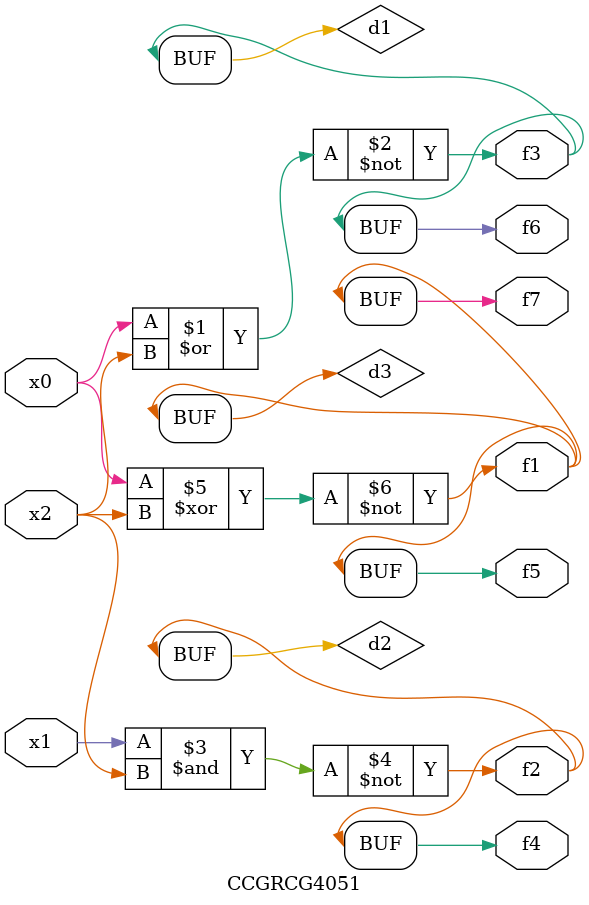
<source format=v>
module CCGRCG4051(
	input x0, x1, x2,
	output f1, f2, f3, f4, f5, f6, f7
);

	wire d1, d2, d3;

	nor (d1, x0, x2);
	nand (d2, x1, x2);
	xnor (d3, x0, x2);
	assign f1 = d3;
	assign f2 = d2;
	assign f3 = d1;
	assign f4 = d2;
	assign f5 = d3;
	assign f6 = d1;
	assign f7 = d3;
endmodule

</source>
